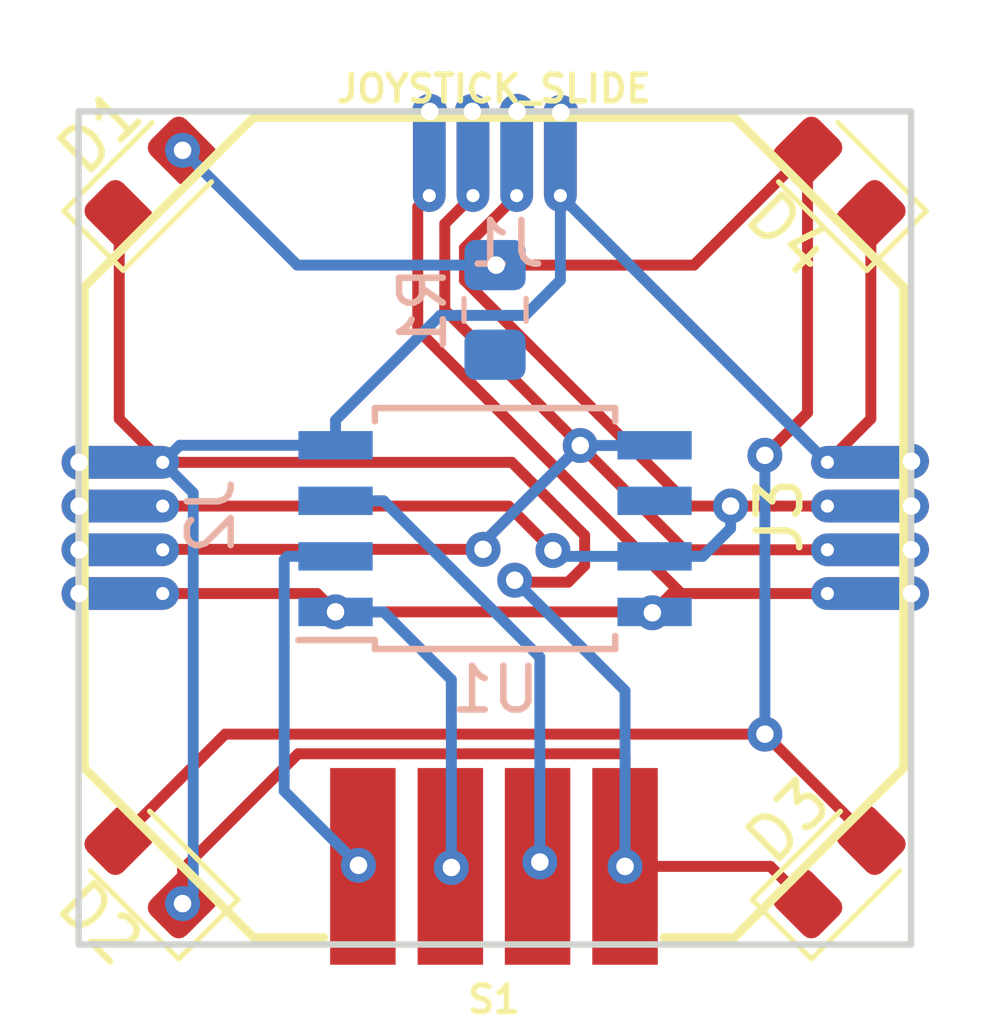
<source format=kicad_pcb>
(kicad_pcb (version 20171130) (host pcbnew 5.1.5)

  (general
    (thickness 1.6)
    (drawings 4)
    (tracks 126)
    (zones 0)
    (modules 10)
    (nets 9)
  )

  (page A4)
  (layers
    (0 F.Cu signal)
    (31 B.Cu signal)
    (32 B.Adhes user)
    (33 F.Adhes user)
    (34 B.Paste user)
    (35 F.Paste user)
    (36 B.SilkS user)
    (37 F.SilkS user)
    (38 B.Mask user)
    (39 F.Mask user)
    (40 Dwgs.User user)
    (41 Cmts.User user)
    (42 Eco1.User user)
    (43 Eco2.User user)
    (44 Edge.Cuts user)
    (45 Margin user)
    (46 B.CrtYd user)
    (47 F.CrtYd user)
    (48 B.Fab user)
    (49 F.Fab user)
  )

  (setup
    (last_trace_width 0.25)
    (trace_clearance 0.2)
    (zone_clearance 0.508)
    (zone_45_only no)
    (trace_min 0.2)
    (via_size 0.8)
    (via_drill 0.4)
    (via_min_size 0.4)
    (via_min_drill 0.3)
    (uvia_size 0.3)
    (uvia_drill 0.1)
    (uvias_allowed no)
    (uvia_min_size 0.2)
    (uvia_min_drill 0.1)
    (edge_width 0.05)
    (segment_width 0.2)
    (pcb_text_width 0.3)
    (pcb_text_size 1.5 1.5)
    (mod_edge_width 0.12)
    (mod_text_size 1 1)
    (mod_text_width 0.15)
    (pad_size 1.524 1.524)
    (pad_drill 0.762)
    (pad_to_mask_clearance 0.051)
    (solder_mask_min_width 0.25)
    (aux_axis_origin 0 0)
    (visible_elements FFFFFF7F)
    (pcbplotparams
      (layerselection 0x010fc_ffffffff)
      (usegerberextensions false)
      (usegerberattributes false)
      (usegerberadvancedattributes false)
      (creategerberjobfile false)
      (excludeedgelayer true)
      (linewidth 0.100000)
      (plotframeref false)
      (viasonmask false)
      (mode 1)
      (useauxorigin false)
      (hpglpennumber 1)
      (hpglpenspeed 20)
      (hpglpendiameter 15.000000)
      (psnegative false)
      (psa4output false)
      (plotreference true)
      (plotvalue true)
      (plotinvisibletext false)
      (padsonsilk false)
      (subtractmaskfromsilk false)
      (outputformat 1)
      (mirror false)
      (drillshape 1)
      (scaleselection 1)
      (outputdirectory ""))
  )

  (net 0 "")
  (net 1 GND)
  (net 2 +5V)
  (net 3 SDA)
  (net 4 SCL)
  (net 5 /LED)
  (net 6 /PB1)
  (net 7 /Y)
  (net 8 /X)

  (net_class Default "This is the default net class."
    (clearance 0.2)
    (trace_width 0.25)
    (via_dia 0.8)
    (via_drill 0.4)
    (uvia_dia 0.3)
    (uvia_drill 0.1)
    (add_net +5V)
    (add_net /LED)
    (add_net /PB1)
    (add_net /X)
    (add_net /Y)
    (add_net GND)
    (add_net SCL)
    (add_net SDA)
  )

  (module Switches:JOYSTICK-PSP1000-noscrew (layer F.Cu) (tedit 5DEF705A) (tstamp 5E408139)
    (at 151.575 92.75 180)
    (descr "PSP-1000 THUMB SLIDE JOYSTICK")
    (tags "PSP-1000 THUMB SLIDE JOYSTICK")
    (path /5E43C43E)
    (attr smd)
    (fp_text reference S1 (at 0 -10.795 180) (layer F.SilkS)
      (effects (font (size 0.6096 0.6096) (thickness 0.127)))
    )
    (fp_text value JOYSTICK_SLIDE (at 0 10.033 180) (layer F.SilkS)
      (effects (font (size 0.6096 0.6096) (thickness 0.127)))
    )
    (fp_arc (start -9.0043 -9.0043) (end -10.37844 -7.63016) (angle 180) (layer Dwgs.User) (width 0.127))
    (fp_line (start -5.4991 -9.37514) (end -3.89636 -9.37514) (layer F.SilkS) (width 0.2032))
    (fp_line (start 3.89636 -9.37514) (end 5.4991 -9.37514) (layer F.SilkS) (width 0.2032))
    (fp_line (start -5.4991 -9.37514) (end -9.37514 -5.4991) (layer F.SilkS) (width 0.2032))
    (fp_line (start 5.4991 -9.37514) (end 9.37514 -5.4991) (layer F.SilkS) (width 0.2032))
    (fp_line (start 9.24814 5.4991) (end 9.24814 -5.4991) (layer Dwgs.User) (width 0.127))
    (fp_line (start 9.24814 5.4991) (end 5.4991 9.24814) (layer Dwgs.User) (width 0.127))
    (fp_line (start -5.4991 9.24814) (end 5.4991 9.24814) (layer Dwgs.User) (width 0.127))
    (fp_line (start -9.37514 5.4991) (end -5.4991 9.37514) (layer F.SilkS) (width 0.2032))
    (fp_line (start -9.37514 5.4991) (end -9.37514 -5.4991) (layer F.SilkS) (width 0.2032))
    (fp_line (start -10.39876 -7.65556) (end -8.74776 -5.99948) (layer Dwgs.User) (width 0.127))
    (fp_line (start -7.64794 -10.40638) (end -5.99948 -8.74776) (layer Dwgs.User) (width 0.127))
    (fp_line (start -5.74802 11.99896) (end -5.74802 8.99922) (layer Dwgs.User) (width 0.127))
    (fp_line (start -8.99922 5.74802) (end -8.99922 11.99896) (layer Dwgs.User) (width 0.127))
    (fp_line (start -8.99922 11.99896) (end -5.74802 11.99896) (layer Dwgs.User) (width 0.127))
    (fp_line (start 9.37514 5.4991) (end 5.4991 9.37514) (layer F.SilkS) (width 0.2032))
    (fp_line (start -5.74802 8.99922) (end -5.4991 9.24814) (layer Dwgs.User) (width 0.127))
    (fp_line (start -8.99922 5.74802) (end -5.74802 8.99922) (layer Dwgs.User) (width 0.127))
    (fp_line (start -9.24814 5.4991) (end -8.99922 5.74802) (layer Dwgs.User) (width 0.127))
    (fp_line (start 5.4991 -9.24814) (end 9.24814 -5.4991) (layer Dwgs.User) (width 0.127))
    (fp_line (start -8.74776 -5.99948) (end -9.24814 -5.4991) (layer Dwgs.User) (width 0.127))
    (fp_line (start -5.99948 -8.74776) (end -8.74776 -5.99948) (layer Dwgs.User) (width 0.127))
    (fp_line (start -5.4991 -9.24814) (end -5.99948 -8.74776) (layer Dwgs.User) (width 0.127))
    (fp_line (start 9.37514 5.4991) (end 9.37514 -5.4991) (layer F.SilkS) (width 0.2032))
    (fp_line (start -9.24814 5.4991) (end -9.24814 -5.4991) (layer Dwgs.User) (width 0.127))
    (fp_line (start -5.4991 9.37514) (end 5.4991 9.37514) (layer F.SilkS) (width 0.2032))
    (fp_line (start -5.4991 -9.24814) (end 5.4991 -9.24814) (layer Dwgs.User) (width 0.127))
    (pad Y smd rect (at -0.99822 -7.74954 270) (size 4.49834 1.4986) (layers F.Cu F.Paste F.Mask)
      (net 7 /Y) (solder_mask_margin 0.1016))
    (pad X smd rect (at 2.99974 -7.74954 270) (size 4.49834 1.4986) (layers F.Cu F.Paste F.Mask)
      (net 8 /X) (solder_mask_margin 0.1016))
    (pad VCC smd rect (at 0.99822 -7.74954 270) (size 4.49834 1.4986) (layers F.Cu F.Paste F.Mask)
      (net 2 +5V) (solder_mask_margin 0.1016))
    (pad GND smd rect (at -2.99974 -7.74954 270) (size 4.49834 1.4986) (layers F.Cu F.Paste F.Mask)
      (net 1 GND) (solder_mask_margin 0.1016))
  )

  (module LED_SMD:LED_0805_2012Metric_Pad1.15x1.40mm_HandSolder (layer F.Cu) (tedit 5B4B45C9) (tstamp 5E408E49)
    (at 159.475 84.875 135)
    (descr "LED SMD 0805 (2012 Metric), square (rectangular) end terminal, IPC_7351 nominal, (Body size source: https://docs.google.com/spreadsheets/d/1BsfQQcO9C6DZCsRaXUlFlo91Tg2WpOkGARC1WS5S8t0/edit?usp=sharing), generated with kicad-footprint-generator")
    (tags "LED handsolder")
    (path /5E449756)
    (attr smd)
    (fp_text reference D4 (at 0 -1.65 135) (layer F.SilkS)
      (effects (font (size 1 1) (thickness 0.15)))
    )
    (fp_text value LED (at 0 1.65 135) (layer F.Fab)
      (effects (font (size 1 1) (thickness 0.15)))
    )
    (fp_text user %R (at 0 0 135) (layer F.Fab)
      (effects (font (size 0.5 0.5) (thickness 0.08)))
    )
    (fp_line (start 1.85 0.95) (end -1.85 0.95) (layer F.CrtYd) (width 0.05))
    (fp_line (start 1.85 -0.95) (end 1.85 0.95) (layer F.CrtYd) (width 0.05))
    (fp_line (start -1.85 -0.95) (end 1.85 -0.95) (layer F.CrtYd) (width 0.05))
    (fp_line (start -1.85 0.95) (end -1.85 -0.95) (layer F.CrtYd) (width 0.05))
    (fp_line (start -1.86 0.96) (end 1 0.96) (layer F.SilkS) (width 0.12))
    (fp_line (start -1.86 -0.96) (end -1.86 0.96) (layer F.SilkS) (width 0.12))
    (fp_line (start 1 -0.96) (end -1.86 -0.96) (layer F.SilkS) (width 0.12))
    (fp_line (start 1 0.6) (end 1 -0.6) (layer F.Fab) (width 0.1))
    (fp_line (start -1 0.6) (end 1 0.6) (layer F.Fab) (width 0.1))
    (fp_line (start -1 -0.3) (end -1 0.6) (layer F.Fab) (width 0.1))
    (fp_line (start -0.7 -0.6) (end -1 -0.3) (layer F.Fab) (width 0.1))
    (fp_line (start 1 -0.6) (end -0.7 -0.6) (layer F.Fab) (width 0.1))
    (pad 2 smd roundrect (at 1.025 0 135) (size 1.15 1.4) (layers F.Cu F.Paste F.Mask) (roundrect_rratio 0.217391)
      (net 5 /LED))
    (pad 1 smd roundrect (at -1.025 0 135) (size 1.15 1.4) (layers F.Cu F.Paste F.Mask) (roundrect_rratio 0.217391)
      (net 1 GND))
    (model ${KISYS3DMOD}/LED_SMD.3dshapes/LED_0805_2012Metric.wrl
      (at (xyz 0 0 0))
      (scale (xyz 1 1 1))
      (rotate (xyz 0 0 0))
    )
  )

  (module LED_SMD:LED_0805_2012Metric_Pad1.15x1.40mm_HandSolder (layer F.Cu) (tedit 5B4B45C9) (tstamp 5E408E36)
    (at 159.475216 100.624784 45)
    (descr "LED SMD 0805 (2012 Metric), square (rectangular) end terminal, IPC_7351 nominal, (Body size source: https://docs.google.com/spreadsheets/d/1BsfQQcO9C6DZCsRaXUlFlo91Tg2WpOkGARC1WS5S8t0/edit?usp=sharing), generated with kicad-footprint-generator")
    (tags "LED handsolder")
    (path /5E449DAF)
    (attr smd)
    (fp_text reference D3 (at 0 -1.65 45) (layer F.SilkS)
      (effects (font (size 1 1) (thickness 0.15)))
    )
    (fp_text value LED (at 0 1.65 45) (layer F.Fab)
      (effects (font (size 1 1) (thickness 0.15)))
    )
    (fp_text user %R (at 0 0 45) (layer F.Fab)
      (effects (font (size 0.5 0.5) (thickness 0.08)))
    )
    (fp_line (start 1.85 0.95) (end -1.85 0.95) (layer F.CrtYd) (width 0.05))
    (fp_line (start 1.85 -0.95) (end 1.85 0.95) (layer F.CrtYd) (width 0.05))
    (fp_line (start -1.85 -0.95) (end 1.85 -0.95) (layer F.CrtYd) (width 0.05))
    (fp_line (start -1.85 0.95) (end -1.85 -0.95) (layer F.CrtYd) (width 0.05))
    (fp_line (start -1.86 0.96) (end 1 0.96) (layer F.SilkS) (width 0.12))
    (fp_line (start -1.86 -0.96) (end -1.86 0.96) (layer F.SilkS) (width 0.12))
    (fp_line (start 1 -0.96) (end -1.86 -0.96) (layer F.SilkS) (width 0.12))
    (fp_line (start 1 0.6) (end 1 -0.6) (layer F.Fab) (width 0.1))
    (fp_line (start -1 0.6) (end 1 0.6) (layer F.Fab) (width 0.1))
    (fp_line (start -1 -0.3) (end -1 0.6) (layer F.Fab) (width 0.1))
    (fp_line (start -0.7 -0.6) (end -1 -0.3) (layer F.Fab) (width 0.1))
    (fp_line (start 1 -0.6) (end -0.7 -0.6) (layer F.Fab) (width 0.1))
    (pad 2 smd roundrect (at 1.025 0 45) (size 1.15 1.4) (layers F.Cu F.Paste F.Mask) (roundrect_rratio 0.217391)
      (net 5 /LED))
    (pad 1 smd roundrect (at -1.025 0 45) (size 1.15 1.4) (layers F.Cu F.Paste F.Mask) (roundrect_rratio 0.217391)
      (net 1 GND))
    (model ${KISYS3DMOD}/LED_SMD.3dshapes/LED_0805_2012Metric.wrl
      (at (xyz 0 0 0))
      (scale (xyz 1 1 1))
      (rotate (xyz 0 0 0))
    )
  )

  (module LED_SMD:LED_0805_2012Metric_Pad1.15x1.40mm_HandSolder (layer F.Cu) (tedit 5B4B45C9) (tstamp 5E408E23)
    (at 143.725 100.625 135)
    (descr "LED SMD 0805 (2012 Metric), square (rectangular) end terminal, IPC_7351 nominal, (Body size source: https://docs.google.com/spreadsheets/d/1BsfQQcO9C6DZCsRaXUlFlo91Tg2WpOkGARC1WS5S8t0/edit?usp=sharing), generated with kicad-footprint-generator")
    (tags "LED handsolder")
    (path /5E44A3D6)
    (attr smd)
    (fp_text reference D2 (at 0 -1.65 135) (layer F.SilkS)
      (effects (font (size 1 1) (thickness 0.15)))
    )
    (fp_text value LED (at 0 1.65 135) (layer F.Fab)
      (effects (font (size 1 1) (thickness 0.15)))
    )
    (fp_text user %R (at 0 0 135) (layer F.Fab)
      (effects (font (size 0.5 0.5) (thickness 0.08)))
    )
    (fp_line (start 1.85 0.95) (end -1.85 0.95) (layer F.CrtYd) (width 0.05))
    (fp_line (start 1.85 -0.95) (end 1.85 0.95) (layer F.CrtYd) (width 0.05))
    (fp_line (start -1.85 -0.95) (end 1.85 -0.95) (layer F.CrtYd) (width 0.05))
    (fp_line (start -1.85 0.95) (end -1.85 -0.95) (layer F.CrtYd) (width 0.05))
    (fp_line (start -1.86 0.96) (end 1 0.96) (layer F.SilkS) (width 0.12))
    (fp_line (start -1.86 -0.96) (end -1.86 0.96) (layer F.SilkS) (width 0.12))
    (fp_line (start 1 -0.96) (end -1.86 -0.96) (layer F.SilkS) (width 0.12))
    (fp_line (start 1 0.6) (end 1 -0.6) (layer F.Fab) (width 0.1))
    (fp_line (start -1 0.6) (end 1 0.6) (layer F.Fab) (width 0.1))
    (fp_line (start -1 -0.3) (end -1 0.6) (layer F.Fab) (width 0.1))
    (fp_line (start -0.7 -0.6) (end -1 -0.3) (layer F.Fab) (width 0.1))
    (fp_line (start 1 -0.6) (end -0.7 -0.6) (layer F.Fab) (width 0.1))
    (pad 2 smd roundrect (at 1.025 0 135) (size 1.15 1.4) (layers F.Cu F.Paste F.Mask) (roundrect_rratio 0.217391)
      (net 5 /LED))
    (pad 1 smd roundrect (at -1.025 0 135) (size 1.15 1.4) (layers F.Cu F.Paste F.Mask) (roundrect_rratio 0.217391)
      (net 1 GND))
    (model ${KISYS3DMOD}/LED_SMD.3dshapes/LED_0805_2012Metric.wrl
      (at (xyz 0 0 0))
      (scale (xyz 1 1 1))
      (rotate (xyz 0 0 0))
    )
  )

  (module modkeeb:edgeconnector (layer F.Cu) (tedit 5E3916DF) (tstamp 5E3FF856)
    (at 161.205 92.76 90)
    (path /5E40FA7E)
    (fp_text reference J3 (at 0.275 -3.1 270) (layer F.SilkS)
      (effects (font (size 1 1) (thickness 0.15)))
    )
    (fp_text value Conn_01x04 (at 0.25 0.875 270) (layer F.Fab)
      (effects (font (size 1 1) (thickness 0.15)))
    )
    (pad 1 thru_hole custom (at -1.5 -2 90) (size 0.75 0.75) (drill 0.3) (layers *.Cu *.Mask)
      (net 2 +5V) (zone_connect 0)
      (options (clearance outline) (anchor circle))
      (primitives
        (gr_poly (pts
           (xy 0.375 2) (xy -0.375 2) (xy -0.375 0) (xy 0.375 0)) (width 0))
      ))
    (pad 2 thru_hole custom (at -0.5 -2 90) (size 0.75 0.75) (drill 0.3) (layers *.Cu *.Mask)
      (net 3 SDA) (zone_connect 0)
      (options (clearance outline) (anchor circle))
      (primitives
        (gr_poly (pts
           (xy 0.375 2) (xy -0.375 2) (xy -0.375 0) (xy 0.375 0)) (width 0))
      ))
    (pad 3 thru_hole custom (at 0.5 -2 90) (size 0.75 0.75) (drill 0.3) (layers *.Cu *.Mask)
      (net 4 SCL) (zone_connect 0)
      (options (clearance outline) (anchor circle))
      (primitives
        (gr_poly (pts
           (xy 0.375 2) (xy -0.375 2) (xy -0.375 0) (xy 0.375 0)) (width 0))
      ))
    (pad 4 thru_hole custom (at 1.5 -2 90) (size 0.75 0.75) (drill 0.3) (layers *.Cu *.Mask)
      (net 1 GND) (zone_connect 0)
      (options (clearance outline) (anchor circle))
      (primitives
        (gr_poly (pts
           (xy 0.375 2) (xy -0.375 2) (xy -0.375 0) (xy 0.375 0)) (width 0))
      ))
  )

  (module Package_SO:SOIJ-8_5.3x5.3mm_P1.27mm (layer B.Cu) (tedit 5A02F2D3) (tstamp 5E408B69)
    (at 151.6 92.775)
    (descr "8-Lead Plastic Small Outline (SM) - Medium, 5.28 mm Body [SOIC] (see Microchip Packaging Specification 00000049BS.pdf)")
    (tags "SOIC 1.27")
    (path /5E415609)
    (attr smd)
    (fp_text reference U1 (at 0 3.68) (layer B.SilkS)
      (effects (font (size 1 1) (thickness 0.15)) (justify mirror))
    )
    (fp_text value ATtiny85-20SU (at 0 -3.68) (layer B.Fab)
      (effects (font (size 1 1) (thickness 0.15)) (justify mirror))
    )
    (fp_line (start -2.75 2.55) (end -4.5 2.55) (layer B.SilkS) (width 0.15))
    (fp_line (start -2.75 -2.755) (end 2.75 -2.755) (layer B.SilkS) (width 0.15))
    (fp_line (start -2.75 2.755) (end 2.75 2.755) (layer B.SilkS) (width 0.15))
    (fp_line (start -2.75 -2.755) (end -2.75 -2.455) (layer B.SilkS) (width 0.15))
    (fp_line (start 2.75 -2.755) (end 2.75 -2.455) (layer B.SilkS) (width 0.15))
    (fp_line (start 2.75 2.755) (end 2.75 2.455) (layer B.SilkS) (width 0.15))
    (fp_line (start -2.75 2.755) (end -2.75 2.55) (layer B.SilkS) (width 0.15))
    (fp_line (start -4.75 -2.95) (end 4.75 -2.95) (layer B.CrtYd) (width 0.05))
    (fp_line (start -4.75 2.95) (end 4.75 2.95) (layer B.CrtYd) (width 0.05))
    (fp_line (start 4.75 2.95) (end 4.75 -2.95) (layer B.CrtYd) (width 0.05))
    (fp_line (start -4.75 2.95) (end -4.75 -2.95) (layer B.CrtYd) (width 0.05))
    (fp_line (start -2.65 1.65) (end -1.65 2.65) (layer B.Fab) (width 0.15))
    (fp_line (start -2.65 -2.65) (end -2.65 1.65) (layer B.Fab) (width 0.15))
    (fp_line (start 2.65 -2.65) (end -2.65 -2.65) (layer B.Fab) (width 0.15))
    (fp_line (start 2.65 2.65) (end 2.65 -2.65) (layer B.Fab) (width 0.15))
    (fp_line (start -1.65 2.65) (end 2.65 2.65) (layer B.Fab) (width 0.15))
    (fp_text user %R (at 0 0) (layer B.Fab)
      (effects (font (size 1 1) (thickness 0.15)) (justify mirror))
    )
    (pad 8 smd rect (at 3.65 1.905) (size 1.7 0.65) (layers B.Cu B.Paste B.Mask)
      (net 2 +5V))
    (pad 7 smd rect (at 3.65 0.635) (size 1.7 0.65) (layers B.Cu B.Paste B.Mask)
      (net 4 SCL))
    (pad 6 smd rect (at 3.65 -0.635) (size 1.7 0.65) (layers B.Cu B.Paste B.Mask)
      (net 6 /PB1))
    (pad 5 smd rect (at 3.65 -1.905) (size 1.7 0.65) (layers B.Cu B.Paste B.Mask)
      (net 3 SDA))
    (pad 4 smd rect (at -3.65 -1.905) (size 1.7 0.65) (layers B.Cu B.Paste B.Mask)
      (net 1 GND))
    (pad 3 smd rect (at -3.65 -0.635) (size 1.7 0.65) (layers B.Cu B.Paste B.Mask)
      (net 7 /Y))
    (pad 2 smd rect (at -3.65 0.635) (size 1.7 0.65) (layers B.Cu B.Paste B.Mask)
      (net 8 /X))
    (pad 1 smd rect (at -3.65 1.905) (size 1.7 0.65) (layers B.Cu B.Paste B.Mask)
      (net 2 +5V))
    (model ${KISYS3DMOD}/Package_SO.3dshapes/SOIJ-8_5.3x5.3mm_P1.27mm.wrl
      (at (xyz 0 0 0))
      (scale (xyz 1 1 1))
      (rotate (xyz 0 0 0))
    )
  )

  (module Resistor_SMD:R_0805_2012Metric_Pad1.15x1.40mm_HandSolder (layer B.Cu) (tedit 5B36C52B) (tstamp 5E408CCD)
    (at 151.6 87.775 270)
    (descr "Resistor SMD 0805 (2012 Metric), square (rectangular) end terminal, IPC_7351 nominal with elongated pad for handsoldering. (Body size source: https://docs.google.com/spreadsheets/d/1BsfQQcO9C6DZCsRaXUlFlo91Tg2WpOkGARC1WS5S8t0/edit?usp=sharing), generated with kicad-footprint-generator")
    (tags "resistor handsolder")
    (path /5E44387B)
    (attr smd)
    (fp_text reference R1 (at 0 1.65 270) (layer B.SilkS)
      (effects (font (size 1 1) (thickness 0.15)) (justify mirror))
    )
    (fp_text value 220 (at 0 -1.65 270) (layer B.Fab)
      (effects (font (size 1 1) (thickness 0.15)) (justify mirror))
    )
    (fp_text user %R (at 0 0 270) (layer B.Fab)
      (effects (font (size 0.5 0.5) (thickness 0.08)) (justify mirror))
    )
    (fp_line (start 1.85 -0.95) (end -1.85 -0.95) (layer B.CrtYd) (width 0.05))
    (fp_line (start 1.85 0.95) (end 1.85 -0.95) (layer B.CrtYd) (width 0.05))
    (fp_line (start -1.85 0.95) (end 1.85 0.95) (layer B.CrtYd) (width 0.05))
    (fp_line (start -1.85 -0.95) (end -1.85 0.95) (layer B.CrtYd) (width 0.05))
    (fp_line (start -0.261252 -0.71) (end 0.261252 -0.71) (layer B.SilkS) (width 0.12))
    (fp_line (start -0.261252 0.71) (end 0.261252 0.71) (layer B.SilkS) (width 0.12))
    (fp_line (start 1 -0.6) (end -1 -0.6) (layer B.Fab) (width 0.1))
    (fp_line (start 1 0.6) (end 1 -0.6) (layer B.Fab) (width 0.1))
    (fp_line (start -1 0.6) (end 1 0.6) (layer B.Fab) (width 0.1))
    (fp_line (start -1 -0.6) (end -1 0.6) (layer B.Fab) (width 0.1))
    (pad 2 smd roundrect (at 1.025 0 270) (size 1.15 1.4) (layers B.Cu B.Paste B.Mask) (roundrect_rratio 0.217391)
      (net 6 /PB1))
    (pad 1 smd roundrect (at -1.025 0 270) (size 1.15 1.4) (layers B.Cu B.Paste B.Mask) (roundrect_rratio 0.217391)
      (net 5 /LED))
    (model ${KISYS3DMOD}/Resistor_SMD.3dshapes/R_0805_2012Metric.wrl
      (at (xyz 0 0 0))
      (scale (xyz 1 1 1))
      (rotate (xyz 0 0 0))
    )
  )

  (module LED_SMD:LED_0805_2012Metric_Pad1.15x1.40mm_HandSolder (layer F.Cu) (tedit 5B4B45C9) (tstamp 5E408C31)
    (at 143.725216 84.874784 45)
    (descr "LED SMD 0805 (2012 Metric), square (rectangular) end terminal, IPC_7351 nominal, (Body size source: https://docs.google.com/spreadsheets/d/1BsfQQcO9C6DZCsRaXUlFlo91Tg2WpOkGARC1WS5S8t0/edit?usp=sharing), generated with kicad-footprint-generator")
    (tags "LED handsolder")
    (path /5E43BB39)
    (attr smd)
    (fp_text reference D1 (at 0 -1.65 45) (layer F.SilkS)
      (effects (font (size 1 1) (thickness 0.15)))
    )
    (fp_text value LED (at 0 1.65 45) (layer F.Fab)
      (effects (font (size 1 1) (thickness 0.15)))
    )
    (fp_text user %R (at 0 0 45) (layer F.Fab)
      (effects (font (size 0.5 0.5) (thickness 0.08)))
    )
    (fp_line (start 1.85 0.95) (end -1.85 0.95) (layer F.CrtYd) (width 0.05))
    (fp_line (start 1.85 -0.95) (end 1.85 0.95) (layer F.CrtYd) (width 0.05))
    (fp_line (start -1.85 -0.95) (end 1.85 -0.95) (layer F.CrtYd) (width 0.05))
    (fp_line (start -1.85 0.95) (end -1.85 -0.95) (layer F.CrtYd) (width 0.05))
    (fp_line (start -1.86 0.96) (end 1 0.96) (layer F.SilkS) (width 0.12))
    (fp_line (start -1.86 -0.96) (end -1.86 0.96) (layer F.SilkS) (width 0.12))
    (fp_line (start 1 -0.96) (end -1.86 -0.96) (layer F.SilkS) (width 0.12))
    (fp_line (start 1 0.6) (end 1 -0.6) (layer F.Fab) (width 0.1))
    (fp_line (start -1 0.6) (end 1 0.6) (layer F.Fab) (width 0.1))
    (fp_line (start -1 -0.3) (end -1 0.6) (layer F.Fab) (width 0.1))
    (fp_line (start -0.7 -0.6) (end -1 -0.3) (layer F.Fab) (width 0.1))
    (fp_line (start 1 -0.6) (end -0.7 -0.6) (layer F.Fab) (width 0.1))
    (pad 2 smd roundrect (at 1.025 0 45) (size 1.15 1.4) (layers F.Cu F.Paste F.Mask) (roundrect_rratio 0.217391)
      (net 5 /LED))
    (pad 1 smd roundrect (at -1.025 0 45) (size 1.15 1.4) (layers F.Cu F.Paste F.Mask) (roundrect_rratio 0.217391)
      (net 1 GND))
    (model ${KISYS3DMOD}/LED_SMD.3dshapes/LED_0805_2012Metric.wrl
      (at (xyz 0 0 0))
      (scale (xyz 1 1 1))
      (rotate (xyz 0 0 0))
    )
  )

  (module modkeeb:edgeconnector (layer B.Cu) (tedit 5E3916DF) (tstamp 5E3FF87A)
    (at 141.995 92.76 90)
    (path /5E40F6FB)
    (fp_text reference J2 (at 0.275 3.1 -90) (layer B.SilkS)
      (effects (font (size 1 1) (thickness 0.15)) (justify mirror))
    )
    (fp_text value Conn_01x04 (at 0.25 -0.875 -90) (layer B.Fab)
      (effects (font (size 1 1) (thickness 0.15)) (justify mirror))
    )
    (pad 1 thru_hole custom (at -1.5 2 90) (size 0.75 0.75) (drill 0.3) (layers *.Cu *.Mask)
      (net 2 +5V) (zone_connect 0)
      (options (clearance outline) (anchor circle))
      (primitives
        (gr_poly (pts
           (xy 0.375 -2) (xy -0.375 -2) (xy -0.375 0) (xy 0.375 0)) (width 0))
      ))
    (pad 2 thru_hole custom (at -0.5 2 90) (size 0.75 0.75) (drill 0.3) (layers *.Cu *.Mask)
      (net 3 SDA) (zone_connect 0)
      (options (clearance outline) (anchor circle))
      (primitives
        (gr_poly (pts
           (xy 0.375 -2) (xy -0.375 -2) (xy -0.375 0) (xy 0.375 0)) (width 0))
      ))
    (pad 3 thru_hole custom (at 0.5 2 90) (size 0.75 0.75) (drill 0.3) (layers *.Cu *.Mask)
      (net 4 SCL) (zone_connect 0)
      (options (clearance outline) (anchor circle))
      (primitives
        (gr_poly (pts
           (xy 0.375 -2) (xy -0.375 -2) (xy -0.375 0) (xy 0.375 0)) (width 0))
      ))
    (pad 4 thru_hole custom (at 1.5 2 90) (size 0.75 0.75) (drill 0.3) (layers *.Cu *.Mask)
      (net 1 GND) (zone_connect 0)
      (options (clearance outline) (anchor circle))
      (primitives
        (gr_poly (pts
           (xy 0.375 -2) (xy -0.375 -2) (xy -0.375 0) (xy 0.375 0)) (width 0))
      ))
  )

  (module modkeeb:edgeconnector (layer B.Cu) (tedit 5E3916DF) (tstamp 5E3FF86C)
    (at 151.595 83.16)
    (path /5E40F14A)
    (fp_text reference J1 (at 0.275 3.1 -180) (layer B.SilkS)
      (effects (font (size 1 1) (thickness 0.15)) (justify mirror))
    )
    (fp_text value Conn_01x04 (at 0.25 -0.875 -180) (layer B.Fab)
      (effects (font (size 1 1) (thickness 0.15)) (justify mirror))
    )
    (pad 1 thru_hole custom (at -1.5 2) (size 0.75 0.75) (drill 0.3) (layers *.Cu *.Mask)
      (net 2 +5V) (zone_connect 0)
      (options (clearance outline) (anchor circle))
      (primitives
        (gr_poly (pts
           (xy 0.375 -2) (xy -0.375 -2) (xy -0.375 0) (xy 0.375 0)) (width 0))
      ))
    (pad 2 thru_hole custom (at -0.5 2) (size 0.75 0.75) (drill 0.3) (layers *.Cu *.Mask)
      (net 3 SDA) (zone_connect 0)
      (options (clearance outline) (anchor circle))
      (primitives
        (gr_poly (pts
           (xy 0.375 -2) (xy -0.375 -2) (xy -0.375 0) (xy 0.375 0)) (width 0))
      ))
    (pad 3 thru_hole custom (at 0.5 2) (size 0.75 0.75) (drill 0.3) (layers *.Cu *.Mask)
      (net 4 SCL) (zone_connect 0)
      (options (clearance outline) (anchor circle))
      (primitives
        (gr_poly (pts
           (xy 0.375 -2) (xy -0.375 -2) (xy -0.375 0) (xy 0.375 0)) (width 0))
      ))
    (pad 4 thru_hole custom (at 1.5 2) (size 0.75 0.75) (drill 0.3) (layers *.Cu *.Mask)
      (net 1 GND) (zone_connect 0)
      (options (clearance outline) (anchor circle))
      (primitives
        (gr_poly (pts
           (xy 0.375 -2) (xy -0.375 -2) (xy -0.375 0) (xy 0.375 0)) (width 0))
      ))
  )

  (gr_line (start 161.12 102.285) (end 142.07 102.285) (layer Edge.Cuts) (width 0.15) (tstamp 5E3FF84F))
  (gr_line (start 142.07 102.285) (end 142.07 83.235) (layer Edge.Cuts) (width 0.15) (tstamp 5E3FF843))
  (gr_line (start 142.07 83.235) (end 161.12 83.235) (layer Edge.Cuts) (width 0.15) (tstamp 5E3FF841))
  (gr_line (start 161.12 83.235) (end 161.12 102.285) (layer Edge.Cuts) (width 0.15) (tstamp 5E3FF83D))

  (via (at 153.55 90.875) (size 0.8) (drill 0.4) (layers F.Cu B.Cu) (net 3))
  (via (at 155.2 94.7) (size 0.8) (drill 0.4) (layers F.Cu B.Cu) (net 2))
  (via (at 150.6 100.525) (size 0.8) (drill 0.4) (layers F.Cu B.Cu) (net 2))
  (via (at 152.625 100.4) (size 0.8) (drill 0.4) (layers F.Cu B.Cu) (net 7))
  (via (at 148.475 100.475) (size 0.8) (drill 0.4) (layers F.Cu B.Cu) (net 8))
  (via (at 144.45 84.125) (size 0.8) (drill 0.4) (layers F.Cu B.Cu) (net 5))
  (via (at 151.625 86.75) (size 0.8) (drill 0.4) (layers F.Cu B.Cu) (net 5))
  (via (at 153.105 83.26) (size 0.8) (drill 0.4) (layers F.Cu B.Cu) (net 1) (tstamp 5E3FF82E))
  (segment (start 143.995 91.265) (end 143.995 91.26) (width 0.25) (layer F.Cu) (net 1) (tstamp 5E3FF82F))
  (via (at 142.08 91.26) (size 0.8) (drill 0.4) (layers F.Cu B.Cu) (net 1) (tstamp 5E3FF862))
  (via (at 161.13 91.235) (size 0.8) (drill 0.4) (layers F.Cu B.Cu) (net 1) (tstamp 5E3FF86A))
  (segment (start 159.195 91.26) (end 159.205 91.26) (width 0.25) (layer F.Cu) (net 1))
  (segment (start 153.095 85.16) (end 159.195 91.26) (width 0.25) (layer B.Cu) (net 1))
  (segment (start 160.199784 90.265216) (end 159.205 91.26) (width 0.25) (layer F.Cu) (net 1))
  (segment (start 160.199784 85.599784) (end 160.199784 90.265216) (width 0.25) (layer F.Cu) (net 1))
  (segment (start 150.34501 87.89999) (end 147.95 90.295) (width 0.25) (layer B.Cu) (net 1))
  (segment (start 147.95 90.295) (end 147.95 90.87) (width 0.25) (layer B.Cu) (net 1))
  (segment (start 153.095 87.09317) (end 152.28818 87.89999) (width 0.25) (layer B.Cu) (net 1))
  (segment (start 152.28818 87.89999) (end 150.34501 87.89999) (width 0.25) (layer B.Cu) (net 1))
  (segment (start 153.095 85.16) (end 153.095 87.09317) (width 0.25) (layer B.Cu) (net 1))
  (segment (start 144.385 90.87) (end 143.995 91.26) (width 0.25) (layer B.Cu) (net 1))
  (segment (start 147.95 90.87) (end 144.385 90.87) (width 0.25) (layer B.Cu) (net 1))
  (segment (start 143.000432 90.265432) (end 143.995 91.26) (width 0.25) (layer F.Cu) (net 1))
  (segment (start 143.000432 85.599568) (end 143.000432 90.265432) (width 0.25) (layer F.Cu) (net 1))
  (segment (start 157.900404 100.49954) (end 158.750432 101.349568) (width 0.25) (layer F.Cu) (net 1))
  (segment (start 154.57474 100.49954) (end 157.900404 100.49954) (width 0.25) (layer F.Cu) (net 1))
  (segment (start 154.57474 98.00037) (end 154.57474 100.49954) (width 0.25) (layer F.Cu) (net 1))
  (segment (start 154.499739 97.925369) (end 154.57474 98.00037) (width 0.25) (layer F.Cu) (net 1))
  (segment (start 147.093013 97.925369) (end 154.499739 97.925369) (width 0.25) (layer F.Cu) (net 1))
  (segment (start 144.449784 100.568598) (end 147.093013 97.925369) (width 0.25) (layer F.Cu) (net 1))
  (segment (start 144.449784 101.349784) (end 144.449784 100.568598) (width 0.25) (layer F.Cu) (net 1))
  (via (at 144.449784 101.349784) (size 0.8) (drill 0.4) (layers F.Cu B.Cu) (net 1))
  (segment (start 144.693204 101.106364) (end 144.449784 101.349784) (width 0.25) (layer B.Cu) (net 1))
  (segment (start 144.693204 91.958204) (end 144.693204 101.106364) (width 0.25) (layer B.Cu) (net 1))
  (segment (start 143.995 91.26) (end 144.693204 91.958204) (width 0.25) (layer B.Cu) (net 1))
  (via (at 152.05 93.955) (size 0.8) (drill 0.4) (layers F.Cu B.Cu) (net 1))
  (segment (start 152.095001 94.000001) (end 152.05 93.955) (width 0.25) (layer F.Cu) (net 1))
  (segment (start 151.983002 91.26) (end 153.650001 92.926999) (width 0.25) (layer F.Cu) (net 1))
  (segment (start 153.650001 92.926999) (end 153.650001 93.623001) (width 0.25) (layer F.Cu) (net 1))
  (segment (start 153.650001 93.623001) (end 153.273001 94.000001) (width 0.25) (layer F.Cu) (net 1))
  (segment (start 143.995 91.26) (end 151.983002 91.26) (width 0.25) (layer F.Cu) (net 1))
  (segment (start 153.273001 94.000001) (end 152.095001 94.000001) (width 0.25) (layer F.Cu) (net 1))
  (segment (start 152.05 93.955) (end 154.57474 96.47974) (width 0.25) (layer B.Cu) (net 1))
  (via (at 154.57474 100.49954) (size 0.8) (drill 0.4) (layers F.Cu B.Cu) (net 1))
  (segment (start 154.57474 96.47974) (end 154.57474 100.49954) (width 0.25) (layer B.Cu) (net 1))
  (via (at 161.13 92.26) (size 0.8) (drill 0.4) (layers F.Cu B.Cu) (net 4) (tstamp 5E3FF830))
  (via (at 142.08 92.26) (size 0.8) (drill 0.4) (layers F.Cu B.Cu) (net 4) (tstamp 5E3FF833))
  (via (at 152.105 83.235) (size 0.8) (drill 0.4) (layers F.Cu B.Cu) (net 4) (tstamp 5E3FF844))
  (segment (start 159.195 92.26) (end 159.205 92.26) (width 0.25) (layer F.Cu) (net 4) (tstamp 5E3FF860))
  (via (at 151.08 83.235) (size 0.8) (drill 0.4) (layers F.Cu B.Cu) (net 3) (tstamp 5E3FF831))
  (via (at 142.08 93.26) (size 0.8) (drill 0.4) (layers F.Cu B.Cu) (net 3) (tstamp 5E3FF832))
  (via (at 161.13 93.26) (size 0.8) (drill 0.4) (layers F.Cu B.Cu) (net 3) (tstamp 5E3FF84B))
  (segment (start 159.195 93.26) (end 159.205 93.26) (width 0.25) (layer F.Cu) (net 3) (tstamp 5E3FF853))
  (via (at 142.08 94.26) (size 0.8) (drill 0.4) (layers F.Cu B.Cu) (net 2) (tstamp 5E3FF840))
  (segment (start 159.195 94.26) (end 159.205 94.26) (width 0.25) (layer F.Cu) (net 2) (tstamp 5E3FF84C))
  (via (at 150.105 83.235) (size 0.8) (drill 0.4) (layers F.Cu B.Cu) (net 2) (tstamp 5E3FF855))
  (via (at 161.13 94.26) (size 0.8) (drill 0.4) (layers F.Cu B.Cu) (net 2) (tstamp 5E3FF868))
  (segment (start 150.6 99.959315) (end 150.6 100.525) (width 0.25) (layer B.Cu) (net 2))
  (segment (start 150.6 96.23) (end 150.6 99.959315) (width 0.25) (layer B.Cu) (net 2))
  (segment (start 149.05 94.68) (end 150.6 96.23) (width 0.25) (layer B.Cu) (net 2))
  (segment (start 147.95 94.68) (end 147.95 94.68) (width 0.25) (layer B.Cu) (net 2))
  (segment (start 147.95 94.68) (end 149.05 94.68) (width 0.25) (layer B.Cu) (net 2) (tstamp 5E409653))
  (via (at 147.95 94.68) (size 0.8) (drill 0.4) (layers F.Cu B.Cu) (net 2))
  (segment (start 147.53 94.26) (end 147.95 94.68) (width 0.25) (layer F.Cu) (net 2))
  (segment (start 143.995 94.26) (end 147.53 94.26) (width 0.25) (layer F.Cu) (net 2))
  (segment (start 155.18 94.68) (end 155.2 94.7) (width 0.25) (layer F.Cu) (net 2))
  (segment (start 147.95 94.68) (end 155.18 94.68) (width 0.25) (layer F.Cu) (net 2))
  (segment (start 158.831806 94.26) (end 159.205 94.26) (width 0.25) (layer F.Cu) (net 2))
  (segment (start 155.861998 94.26) (end 158.831806 94.26) (width 0.25) (layer F.Cu) (net 2))
  (segment (start 149.831112 88.229114) (end 155.861998 94.26) (width 0.25) (layer F.Cu) (net 2))
  (segment (start 149.831112 85.423888) (end 149.831112 88.229114) (width 0.25) (layer F.Cu) (net 2))
  (segment (start 150.095 85.16) (end 149.831112 85.423888) (width 0.25) (layer F.Cu) (net 2))
  (segment (start 155.64 94.26) (end 155.2 94.7) (width 0.25) (layer F.Cu) (net 2))
  (segment (start 155.861998 94.26) (end 155.64 94.26) (width 0.25) (layer F.Cu) (net 2))
  (segment (start 155.245 90.875) (end 155.25 90.87) (width 0.25) (layer B.Cu) (net 3))
  (segment (start 153.55 90.875) (end 155.245 90.875) (width 0.25) (layer B.Cu) (net 3))
  (segment (start 153.150001 90.475001) (end 153.55 90.875) (width 0.25) (layer F.Cu) (net 3))
  (segment (start 150.44999 87.77499) (end 153.150001 90.475001) (width 0.25) (layer F.Cu) (net 3))
  (segment (start 150.44999 85.80501) (end 150.44999 87.77499) (width 0.25) (layer F.Cu) (net 3))
  (segment (start 151.095 85.16) (end 150.44999 85.80501) (width 0.25) (layer F.Cu) (net 3))
  (segment (start 155.935 93.26) (end 159.205 93.26) (width 0.25) (layer F.Cu) (net 3))
  (segment (start 153.55 90.875) (end 155.935 93.26) (width 0.25) (layer F.Cu) (net 3))
  (via (at 151.325 93.25) (size 0.8) (drill 0.4) (layers F.Cu B.Cu) (net 3))
  (segment (start 153.55 90.875) (end 151.325 93.1) (width 0.25) (layer B.Cu) (net 3))
  (segment (start 151.325 93.1) (end 151.325 93.25) (width 0.25) (layer B.Cu) (net 3))
  (segment (start 144.005 93.25) (end 143.995 93.26) (width 0.25) (layer F.Cu) (net 3))
  (segment (start 151.325 93.25) (end 144.005 93.25) (width 0.25) (layer F.Cu) (net 3))
  (segment (start 156.061998 92.26) (end 156.99 92.26) (width 0.25) (layer F.Cu) (net 4))
  (segment (start 158.831806 92.26) (end 159.205 92.26) (width 0.25) (layer F.Cu) (net 4))
  (segment (start 150.899999 86.355001) (end 150.899999 87.098001) (width 0.25) (layer F.Cu) (net 4))
  (segment (start 150.899999 87.098001) (end 156.061998 92.26) (width 0.25) (layer F.Cu) (net 4))
  (segment (start 152.095 85.16) (end 150.899999 86.355001) (width 0.25) (layer F.Cu) (net 4))
  (segment (start 157.99 92.26) (end 158.831806 92.26) (width 0.25) (layer F.Cu) (net 4) (tstamp 5E4095B7))
  (segment (start 156.99 92.26) (end 157.99 92.26) (width 0.25) (layer F.Cu) (net 4) (tstamp 5E409804))
  (via (at 156.99 92.26) (size 0.8) (drill 0.4) (layers F.Cu B.Cu) (net 4))
  (segment (start 156.35 93.41) (end 156.99 92.77) (width 0.25) (layer B.Cu) (net 4))
  (segment (start 156.99 92.77) (end 156.99 92.26) (width 0.25) (layer B.Cu) (net 4))
  (segment (start 155.25 93.41) (end 156.35 93.41) (width 0.25) (layer B.Cu) (net 4))
  (segment (start 155.25 93.41) (end 153.06 93.41) (width 0.25) (layer B.Cu) (net 4))
  (via (at 152.925 93.275) (size 0.8) (drill 0.4) (layers F.Cu B.Cu) (net 4))
  (segment (start 153.06 93.41) (end 152.925 93.275) (width 0.25) (layer B.Cu) (net 4))
  (segment (start 151.91 92.26) (end 143.995 92.26) (width 0.25) (layer F.Cu) (net 4))
  (segment (start 152.925 93.275) (end 151.91 92.26) (width 0.25) (layer F.Cu) (net 4))
  (segment (start 156.150432 86.75) (end 151.625 86.75) (width 0.25) (layer F.Cu) (net 5))
  (segment (start 158.750216 84.150216) (end 156.150432 86.75) (width 0.25) (layer F.Cu) (net 5))
  (segment (start 147.075 86.75) (end 144.45 84.125) (width 0.25) (layer B.Cu) (net 5))
  (segment (start 151.6 86.75) (end 147.075 86.75) (width 0.25) (layer B.Cu) (net 5))
  (segment (start 143.49519 99.405242) (end 143.000216 99.900216) (width 0.25) (layer F.Cu) (net 5))
  (segment (start 145.425072 97.47536) (end 143.49519 99.405242) (width 0.25) (layer F.Cu) (net 5))
  (segment (start 157.77536 97.47536) (end 145.425072 97.47536) (width 0.25) (layer F.Cu) (net 5))
  (segment (start 160.2 99.9) (end 157.77536 97.47536) (width 0.25) (layer F.Cu) (net 5))
  (via (at 157.775 91.1) (size 0.8) (drill 0.4) (layers F.Cu B.Cu) (net 5))
  (segment (start 158.750216 84.150216) (end 158.750216 90.124784) (width 0.25) (layer F.Cu) (net 5))
  (segment (start 158.750216 90.124784) (end 157.775 91.1) (width 0.25) (layer F.Cu) (net 5))
  (via (at 157.77536 97.47536) (size 0.8) (drill 0.4) (layers F.Cu B.Cu) (net 5))
  (segment (start 157.775 91.1) (end 157.775 97.475) (width 0.25) (layer B.Cu) (net 5))
  (segment (start 157.775 97.475) (end 157.77536 97.47536) (width 0.25) (layer B.Cu) (net 5))
  (segment (start 152.625 95.715) (end 152.625 99.834315) (width 0.25) (layer B.Cu) (net 7))
  (segment (start 149.05 92.14) (end 152.625 95.715) (width 0.25) (layer B.Cu) (net 7))
  (segment (start 152.625 99.834315) (end 152.625 100.4) (width 0.25) (layer B.Cu) (net 7))
  (segment (start 147.95 92.14) (end 149.05 92.14) (width 0.25) (layer B.Cu) (net 7))
  (segment (start 148.075001 100.075001) (end 148.475 100.475) (width 0.25) (layer B.Cu) (net 8))
  (segment (start 146.774999 98.774999) (end 148.075001 100.075001) (width 0.25) (layer B.Cu) (net 8))
  (segment (start 146.774999 93.485001) (end 146.774999 98.774999) (width 0.25) (layer B.Cu) (net 8))
  (segment (start 146.85 93.41) (end 146.774999 93.485001) (width 0.25) (layer B.Cu) (net 8))
  (segment (start 147.95 93.41) (end 146.85 93.41) (width 0.25) (layer B.Cu) (net 8))

)

</source>
